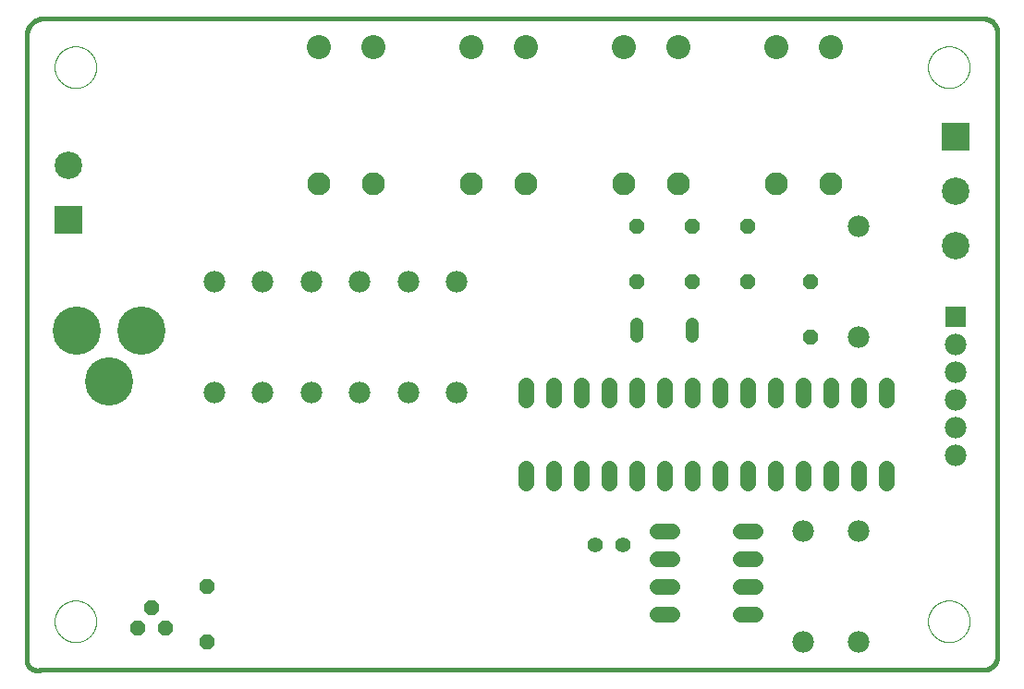
<source format=gbs>
G75*
%MOIN*%
%OFA0B0*%
%FSLAX25Y25*%
%IPPOS*%
%LPD*%
%AMOC8*
5,1,8,0,0,1.08239X$1,22.5*
%
%ADD10C,0.00100*%
%ADD11C,0.01600*%
%ADD12C,0.05600*%
%ADD13C,0.04800*%
%ADD14OC8,0.05600*%
%ADD15C,0.17400*%
%ADD16C,0.05600*%
%ADD17C,0.07800*%
%ADD18C,0.08274*%
%ADD19C,0.08668*%
%ADD20R,0.09900X0.09900*%
%ADD21C,0.09900*%
%ADD22R,0.07800X0.07800*%
D10*
X0027500Y0019503D02*
X0027502Y0019687D01*
X0027509Y0019871D01*
X0027520Y0020055D01*
X0027536Y0020238D01*
X0027556Y0020421D01*
X0027581Y0020603D01*
X0027610Y0020785D01*
X0027644Y0020966D01*
X0027682Y0021146D01*
X0027725Y0021325D01*
X0027772Y0021503D01*
X0027823Y0021680D01*
X0027879Y0021856D01*
X0027938Y0022030D01*
X0028003Y0022202D01*
X0028071Y0022373D01*
X0028143Y0022542D01*
X0028220Y0022710D01*
X0028301Y0022875D01*
X0028386Y0023038D01*
X0028474Y0023200D01*
X0028567Y0023359D01*
X0028664Y0023515D01*
X0028764Y0023670D01*
X0028868Y0023822D01*
X0028976Y0023971D01*
X0029087Y0024117D01*
X0029202Y0024261D01*
X0029321Y0024402D01*
X0029443Y0024540D01*
X0029568Y0024675D01*
X0029697Y0024806D01*
X0029828Y0024935D01*
X0029963Y0025060D01*
X0030101Y0025182D01*
X0030242Y0025301D01*
X0030386Y0025416D01*
X0030532Y0025527D01*
X0030681Y0025635D01*
X0030833Y0025739D01*
X0030988Y0025839D01*
X0031144Y0025936D01*
X0031303Y0026029D01*
X0031465Y0026117D01*
X0031628Y0026202D01*
X0031793Y0026283D01*
X0031961Y0026360D01*
X0032130Y0026432D01*
X0032301Y0026500D01*
X0032473Y0026565D01*
X0032647Y0026624D01*
X0032823Y0026680D01*
X0033000Y0026731D01*
X0033178Y0026778D01*
X0033357Y0026821D01*
X0033537Y0026859D01*
X0033718Y0026893D01*
X0033900Y0026922D01*
X0034082Y0026947D01*
X0034265Y0026967D01*
X0034448Y0026983D01*
X0034632Y0026994D01*
X0034816Y0027001D01*
X0035000Y0027003D01*
X0035184Y0027001D01*
X0035368Y0026994D01*
X0035552Y0026983D01*
X0035735Y0026967D01*
X0035918Y0026947D01*
X0036100Y0026922D01*
X0036282Y0026893D01*
X0036463Y0026859D01*
X0036643Y0026821D01*
X0036822Y0026778D01*
X0037000Y0026731D01*
X0037177Y0026680D01*
X0037353Y0026624D01*
X0037527Y0026565D01*
X0037699Y0026500D01*
X0037870Y0026432D01*
X0038039Y0026360D01*
X0038207Y0026283D01*
X0038372Y0026202D01*
X0038535Y0026117D01*
X0038697Y0026029D01*
X0038856Y0025936D01*
X0039012Y0025839D01*
X0039167Y0025739D01*
X0039319Y0025635D01*
X0039468Y0025527D01*
X0039614Y0025416D01*
X0039758Y0025301D01*
X0039899Y0025182D01*
X0040037Y0025060D01*
X0040172Y0024935D01*
X0040303Y0024806D01*
X0040432Y0024675D01*
X0040557Y0024540D01*
X0040679Y0024402D01*
X0040798Y0024261D01*
X0040913Y0024117D01*
X0041024Y0023971D01*
X0041132Y0023822D01*
X0041236Y0023670D01*
X0041336Y0023515D01*
X0041433Y0023359D01*
X0041526Y0023200D01*
X0041614Y0023038D01*
X0041699Y0022875D01*
X0041780Y0022710D01*
X0041857Y0022542D01*
X0041929Y0022373D01*
X0041997Y0022202D01*
X0042062Y0022030D01*
X0042121Y0021856D01*
X0042177Y0021680D01*
X0042228Y0021503D01*
X0042275Y0021325D01*
X0042318Y0021146D01*
X0042356Y0020966D01*
X0042390Y0020785D01*
X0042419Y0020603D01*
X0042444Y0020421D01*
X0042464Y0020238D01*
X0042480Y0020055D01*
X0042491Y0019871D01*
X0042498Y0019687D01*
X0042500Y0019503D01*
X0042498Y0019319D01*
X0042491Y0019135D01*
X0042480Y0018951D01*
X0042464Y0018768D01*
X0042444Y0018585D01*
X0042419Y0018403D01*
X0042390Y0018221D01*
X0042356Y0018040D01*
X0042318Y0017860D01*
X0042275Y0017681D01*
X0042228Y0017503D01*
X0042177Y0017326D01*
X0042121Y0017150D01*
X0042062Y0016976D01*
X0041997Y0016804D01*
X0041929Y0016633D01*
X0041857Y0016464D01*
X0041780Y0016296D01*
X0041699Y0016131D01*
X0041614Y0015968D01*
X0041526Y0015806D01*
X0041433Y0015647D01*
X0041336Y0015491D01*
X0041236Y0015336D01*
X0041132Y0015184D01*
X0041024Y0015035D01*
X0040913Y0014889D01*
X0040798Y0014745D01*
X0040679Y0014604D01*
X0040557Y0014466D01*
X0040432Y0014331D01*
X0040303Y0014200D01*
X0040172Y0014071D01*
X0040037Y0013946D01*
X0039899Y0013824D01*
X0039758Y0013705D01*
X0039614Y0013590D01*
X0039468Y0013479D01*
X0039319Y0013371D01*
X0039167Y0013267D01*
X0039012Y0013167D01*
X0038856Y0013070D01*
X0038697Y0012977D01*
X0038535Y0012889D01*
X0038372Y0012804D01*
X0038207Y0012723D01*
X0038039Y0012646D01*
X0037870Y0012574D01*
X0037699Y0012506D01*
X0037527Y0012441D01*
X0037353Y0012382D01*
X0037177Y0012326D01*
X0037000Y0012275D01*
X0036822Y0012228D01*
X0036643Y0012185D01*
X0036463Y0012147D01*
X0036282Y0012113D01*
X0036100Y0012084D01*
X0035918Y0012059D01*
X0035735Y0012039D01*
X0035552Y0012023D01*
X0035368Y0012012D01*
X0035184Y0012005D01*
X0035000Y0012003D01*
X0034816Y0012005D01*
X0034632Y0012012D01*
X0034448Y0012023D01*
X0034265Y0012039D01*
X0034082Y0012059D01*
X0033900Y0012084D01*
X0033718Y0012113D01*
X0033537Y0012147D01*
X0033357Y0012185D01*
X0033178Y0012228D01*
X0033000Y0012275D01*
X0032823Y0012326D01*
X0032647Y0012382D01*
X0032473Y0012441D01*
X0032301Y0012506D01*
X0032130Y0012574D01*
X0031961Y0012646D01*
X0031793Y0012723D01*
X0031628Y0012804D01*
X0031465Y0012889D01*
X0031303Y0012977D01*
X0031144Y0013070D01*
X0030988Y0013167D01*
X0030833Y0013267D01*
X0030681Y0013371D01*
X0030532Y0013479D01*
X0030386Y0013590D01*
X0030242Y0013705D01*
X0030101Y0013824D01*
X0029963Y0013946D01*
X0029828Y0014071D01*
X0029697Y0014200D01*
X0029568Y0014331D01*
X0029443Y0014466D01*
X0029321Y0014604D01*
X0029202Y0014745D01*
X0029087Y0014889D01*
X0028976Y0015035D01*
X0028868Y0015184D01*
X0028764Y0015336D01*
X0028664Y0015491D01*
X0028567Y0015647D01*
X0028474Y0015806D01*
X0028386Y0015968D01*
X0028301Y0016131D01*
X0028220Y0016296D01*
X0028143Y0016464D01*
X0028071Y0016633D01*
X0028003Y0016804D01*
X0027938Y0016976D01*
X0027879Y0017150D01*
X0027823Y0017326D01*
X0027772Y0017503D01*
X0027725Y0017681D01*
X0027682Y0017860D01*
X0027644Y0018040D01*
X0027610Y0018221D01*
X0027581Y0018403D01*
X0027556Y0018585D01*
X0027536Y0018768D01*
X0027520Y0018951D01*
X0027509Y0019135D01*
X0027502Y0019319D01*
X0027500Y0019503D01*
X0027500Y0219503D02*
X0027502Y0219687D01*
X0027509Y0219871D01*
X0027520Y0220055D01*
X0027536Y0220238D01*
X0027556Y0220421D01*
X0027581Y0220603D01*
X0027610Y0220785D01*
X0027644Y0220966D01*
X0027682Y0221146D01*
X0027725Y0221325D01*
X0027772Y0221503D01*
X0027823Y0221680D01*
X0027879Y0221856D01*
X0027938Y0222030D01*
X0028003Y0222202D01*
X0028071Y0222373D01*
X0028143Y0222542D01*
X0028220Y0222710D01*
X0028301Y0222875D01*
X0028386Y0223038D01*
X0028474Y0223200D01*
X0028567Y0223359D01*
X0028664Y0223515D01*
X0028764Y0223670D01*
X0028868Y0223822D01*
X0028976Y0223971D01*
X0029087Y0224117D01*
X0029202Y0224261D01*
X0029321Y0224402D01*
X0029443Y0224540D01*
X0029568Y0224675D01*
X0029697Y0224806D01*
X0029828Y0224935D01*
X0029963Y0225060D01*
X0030101Y0225182D01*
X0030242Y0225301D01*
X0030386Y0225416D01*
X0030532Y0225527D01*
X0030681Y0225635D01*
X0030833Y0225739D01*
X0030988Y0225839D01*
X0031144Y0225936D01*
X0031303Y0226029D01*
X0031465Y0226117D01*
X0031628Y0226202D01*
X0031793Y0226283D01*
X0031961Y0226360D01*
X0032130Y0226432D01*
X0032301Y0226500D01*
X0032473Y0226565D01*
X0032647Y0226624D01*
X0032823Y0226680D01*
X0033000Y0226731D01*
X0033178Y0226778D01*
X0033357Y0226821D01*
X0033537Y0226859D01*
X0033718Y0226893D01*
X0033900Y0226922D01*
X0034082Y0226947D01*
X0034265Y0226967D01*
X0034448Y0226983D01*
X0034632Y0226994D01*
X0034816Y0227001D01*
X0035000Y0227003D01*
X0035184Y0227001D01*
X0035368Y0226994D01*
X0035552Y0226983D01*
X0035735Y0226967D01*
X0035918Y0226947D01*
X0036100Y0226922D01*
X0036282Y0226893D01*
X0036463Y0226859D01*
X0036643Y0226821D01*
X0036822Y0226778D01*
X0037000Y0226731D01*
X0037177Y0226680D01*
X0037353Y0226624D01*
X0037527Y0226565D01*
X0037699Y0226500D01*
X0037870Y0226432D01*
X0038039Y0226360D01*
X0038207Y0226283D01*
X0038372Y0226202D01*
X0038535Y0226117D01*
X0038697Y0226029D01*
X0038856Y0225936D01*
X0039012Y0225839D01*
X0039167Y0225739D01*
X0039319Y0225635D01*
X0039468Y0225527D01*
X0039614Y0225416D01*
X0039758Y0225301D01*
X0039899Y0225182D01*
X0040037Y0225060D01*
X0040172Y0224935D01*
X0040303Y0224806D01*
X0040432Y0224675D01*
X0040557Y0224540D01*
X0040679Y0224402D01*
X0040798Y0224261D01*
X0040913Y0224117D01*
X0041024Y0223971D01*
X0041132Y0223822D01*
X0041236Y0223670D01*
X0041336Y0223515D01*
X0041433Y0223359D01*
X0041526Y0223200D01*
X0041614Y0223038D01*
X0041699Y0222875D01*
X0041780Y0222710D01*
X0041857Y0222542D01*
X0041929Y0222373D01*
X0041997Y0222202D01*
X0042062Y0222030D01*
X0042121Y0221856D01*
X0042177Y0221680D01*
X0042228Y0221503D01*
X0042275Y0221325D01*
X0042318Y0221146D01*
X0042356Y0220966D01*
X0042390Y0220785D01*
X0042419Y0220603D01*
X0042444Y0220421D01*
X0042464Y0220238D01*
X0042480Y0220055D01*
X0042491Y0219871D01*
X0042498Y0219687D01*
X0042500Y0219503D01*
X0042498Y0219319D01*
X0042491Y0219135D01*
X0042480Y0218951D01*
X0042464Y0218768D01*
X0042444Y0218585D01*
X0042419Y0218403D01*
X0042390Y0218221D01*
X0042356Y0218040D01*
X0042318Y0217860D01*
X0042275Y0217681D01*
X0042228Y0217503D01*
X0042177Y0217326D01*
X0042121Y0217150D01*
X0042062Y0216976D01*
X0041997Y0216804D01*
X0041929Y0216633D01*
X0041857Y0216464D01*
X0041780Y0216296D01*
X0041699Y0216131D01*
X0041614Y0215968D01*
X0041526Y0215806D01*
X0041433Y0215647D01*
X0041336Y0215491D01*
X0041236Y0215336D01*
X0041132Y0215184D01*
X0041024Y0215035D01*
X0040913Y0214889D01*
X0040798Y0214745D01*
X0040679Y0214604D01*
X0040557Y0214466D01*
X0040432Y0214331D01*
X0040303Y0214200D01*
X0040172Y0214071D01*
X0040037Y0213946D01*
X0039899Y0213824D01*
X0039758Y0213705D01*
X0039614Y0213590D01*
X0039468Y0213479D01*
X0039319Y0213371D01*
X0039167Y0213267D01*
X0039012Y0213167D01*
X0038856Y0213070D01*
X0038697Y0212977D01*
X0038535Y0212889D01*
X0038372Y0212804D01*
X0038207Y0212723D01*
X0038039Y0212646D01*
X0037870Y0212574D01*
X0037699Y0212506D01*
X0037527Y0212441D01*
X0037353Y0212382D01*
X0037177Y0212326D01*
X0037000Y0212275D01*
X0036822Y0212228D01*
X0036643Y0212185D01*
X0036463Y0212147D01*
X0036282Y0212113D01*
X0036100Y0212084D01*
X0035918Y0212059D01*
X0035735Y0212039D01*
X0035552Y0212023D01*
X0035368Y0212012D01*
X0035184Y0212005D01*
X0035000Y0212003D01*
X0034816Y0212005D01*
X0034632Y0212012D01*
X0034448Y0212023D01*
X0034265Y0212039D01*
X0034082Y0212059D01*
X0033900Y0212084D01*
X0033718Y0212113D01*
X0033537Y0212147D01*
X0033357Y0212185D01*
X0033178Y0212228D01*
X0033000Y0212275D01*
X0032823Y0212326D01*
X0032647Y0212382D01*
X0032473Y0212441D01*
X0032301Y0212506D01*
X0032130Y0212574D01*
X0031961Y0212646D01*
X0031793Y0212723D01*
X0031628Y0212804D01*
X0031465Y0212889D01*
X0031303Y0212977D01*
X0031144Y0213070D01*
X0030988Y0213167D01*
X0030833Y0213267D01*
X0030681Y0213371D01*
X0030532Y0213479D01*
X0030386Y0213590D01*
X0030242Y0213705D01*
X0030101Y0213824D01*
X0029963Y0213946D01*
X0029828Y0214071D01*
X0029697Y0214200D01*
X0029568Y0214331D01*
X0029443Y0214466D01*
X0029321Y0214604D01*
X0029202Y0214745D01*
X0029087Y0214889D01*
X0028976Y0215035D01*
X0028868Y0215184D01*
X0028764Y0215336D01*
X0028664Y0215491D01*
X0028567Y0215647D01*
X0028474Y0215806D01*
X0028386Y0215968D01*
X0028301Y0216131D01*
X0028220Y0216296D01*
X0028143Y0216464D01*
X0028071Y0216633D01*
X0028003Y0216804D01*
X0027938Y0216976D01*
X0027879Y0217150D01*
X0027823Y0217326D01*
X0027772Y0217503D01*
X0027725Y0217681D01*
X0027682Y0217860D01*
X0027644Y0218040D01*
X0027610Y0218221D01*
X0027581Y0218403D01*
X0027556Y0218585D01*
X0027536Y0218768D01*
X0027520Y0218951D01*
X0027509Y0219135D01*
X0027502Y0219319D01*
X0027500Y0219503D01*
X0342500Y0219503D02*
X0342502Y0219687D01*
X0342509Y0219871D01*
X0342520Y0220055D01*
X0342536Y0220238D01*
X0342556Y0220421D01*
X0342581Y0220603D01*
X0342610Y0220785D01*
X0342644Y0220966D01*
X0342682Y0221146D01*
X0342725Y0221325D01*
X0342772Y0221503D01*
X0342823Y0221680D01*
X0342879Y0221856D01*
X0342938Y0222030D01*
X0343003Y0222202D01*
X0343071Y0222373D01*
X0343143Y0222542D01*
X0343220Y0222710D01*
X0343301Y0222875D01*
X0343386Y0223038D01*
X0343474Y0223200D01*
X0343567Y0223359D01*
X0343664Y0223515D01*
X0343764Y0223670D01*
X0343868Y0223822D01*
X0343976Y0223971D01*
X0344087Y0224117D01*
X0344202Y0224261D01*
X0344321Y0224402D01*
X0344443Y0224540D01*
X0344568Y0224675D01*
X0344697Y0224806D01*
X0344828Y0224935D01*
X0344963Y0225060D01*
X0345101Y0225182D01*
X0345242Y0225301D01*
X0345386Y0225416D01*
X0345532Y0225527D01*
X0345681Y0225635D01*
X0345833Y0225739D01*
X0345988Y0225839D01*
X0346144Y0225936D01*
X0346303Y0226029D01*
X0346465Y0226117D01*
X0346628Y0226202D01*
X0346793Y0226283D01*
X0346961Y0226360D01*
X0347130Y0226432D01*
X0347301Y0226500D01*
X0347473Y0226565D01*
X0347647Y0226624D01*
X0347823Y0226680D01*
X0348000Y0226731D01*
X0348178Y0226778D01*
X0348357Y0226821D01*
X0348537Y0226859D01*
X0348718Y0226893D01*
X0348900Y0226922D01*
X0349082Y0226947D01*
X0349265Y0226967D01*
X0349448Y0226983D01*
X0349632Y0226994D01*
X0349816Y0227001D01*
X0350000Y0227003D01*
X0350184Y0227001D01*
X0350368Y0226994D01*
X0350552Y0226983D01*
X0350735Y0226967D01*
X0350918Y0226947D01*
X0351100Y0226922D01*
X0351282Y0226893D01*
X0351463Y0226859D01*
X0351643Y0226821D01*
X0351822Y0226778D01*
X0352000Y0226731D01*
X0352177Y0226680D01*
X0352353Y0226624D01*
X0352527Y0226565D01*
X0352699Y0226500D01*
X0352870Y0226432D01*
X0353039Y0226360D01*
X0353207Y0226283D01*
X0353372Y0226202D01*
X0353535Y0226117D01*
X0353697Y0226029D01*
X0353856Y0225936D01*
X0354012Y0225839D01*
X0354167Y0225739D01*
X0354319Y0225635D01*
X0354468Y0225527D01*
X0354614Y0225416D01*
X0354758Y0225301D01*
X0354899Y0225182D01*
X0355037Y0225060D01*
X0355172Y0224935D01*
X0355303Y0224806D01*
X0355432Y0224675D01*
X0355557Y0224540D01*
X0355679Y0224402D01*
X0355798Y0224261D01*
X0355913Y0224117D01*
X0356024Y0223971D01*
X0356132Y0223822D01*
X0356236Y0223670D01*
X0356336Y0223515D01*
X0356433Y0223359D01*
X0356526Y0223200D01*
X0356614Y0223038D01*
X0356699Y0222875D01*
X0356780Y0222710D01*
X0356857Y0222542D01*
X0356929Y0222373D01*
X0356997Y0222202D01*
X0357062Y0222030D01*
X0357121Y0221856D01*
X0357177Y0221680D01*
X0357228Y0221503D01*
X0357275Y0221325D01*
X0357318Y0221146D01*
X0357356Y0220966D01*
X0357390Y0220785D01*
X0357419Y0220603D01*
X0357444Y0220421D01*
X0357464Y0220238D01*
X0357480Y0220055D01*
X0357491Y0219871D01*
X0357498Y0219687D01*
X0357500Y0219503D01*
X0357498Y0219319D01*
X0357491Y0219135D01*
X0357480Y0218951D01*
X0357464Y0218768D01*
X0357444Y0218585D01*
X0357419Y0218403D01*
X0357390Y0218221D01*
X0357356Y0218040D01*
X0357318Y0217860D01*
X0357275Y0217681D01*
X0357228Y0217503D01*
X0357177Y0217326D01*
X0357121Y0217150D01*
X0357062Y0216976D01*
X0356997Y0216804D01*
X0356929Y0216633D01*
X0356857Y0216464D01*
X0356780Y0216296D01*
X0356699Y0216131D01*
X0356614Y0215968D01*
X0356526Y0215806D01*
X0356433Y0215647D01*
X0356336Y0215491D01*
X0356236Y0215336D01*
X0356132Y0215184D01*
X0356024Y0215035D01*
X0355913Y0214889D01*
X0355798Y0214745D01*
X0355679Y0214604D01*
X0355557Y0214466D01*
X0355432Y0214331D01*
X0355303Y0214200D01*
X0355172Y0214071D01*
X0355037Y0213946D01*
X0354899Y0213824D01*
X0354758Y0213705D01*
X0354614Y0213590D01*
X0354468Y0213479D01*
X0354319Y0213371D01*
X0354167Y0213267D01*
X0354012Y0213167D01*
X0353856Y0213070D01*
X0353697Y0212977D01*
X0353535Y0212889D01*
X0353372Y0212804D01*
X0353207Y0212723D01*
X0353039Y0212646D01*
X0352870Y0212574D01*
X0352699Y0212506D01*
X0352527Y0212441D01*
X0352353Y0212382D01*
X0352177Y0212326D01*
X0352000Y0212275D01*
X0351822Y0212228D01*
X0351643Y0212185D01*
X0351463Y0212147D01*
X0351282Y0212113D01*
X0351100Y0212084D01*
X0350918Y0212059D01*
X0350735Y0212039D01*
X0350552Y0212023D01*
X0350368Y0212012D01*
X0350184Y0212005D01*
X0350000Y0212003D01*
X0349816Y0212005D01*
X0349632Y0212012D01*
X0349448Y0212023D01*
X0349265Y0212039D01*
X0349082Y0212059D01*
X0348900Y0212084D01*
X0348718Y0212113D01*
X0348537Y0212147D01*
X0348357Y0212185D01*
X0348178Y0212228D01*
X0348000Y0212275D01*
X0347823Y0212326D01*
X0347647Y0212382D01*
X0347473Y0212441D01*
X0347301Y0212506D01*
X0347130Y0212574D01*
X0346961Y0212646D01*
X0346793Y0212723D01*
X0346628Y0212804D01*
X0346465Y0212889D01*
X0346303Y0212977D01*
X0346144Y0213070D01*
X0345988Y0213167D01*
X0345833Y0213267D01*
X0345681Y0213371D01*
X0345532Y0213479D01*
X0345386Y0213590D01*
X0345242Y0213705D01*
X0345101Y0213824D01*
X0344963Y0213946D01*
X0344828Y0214071D01*
X0344697Y0214200D01*
X0344568Y0214331D01*
X0344443Y0214466D01*
X0344321Y0214604D01*
X0344202Y0214745D01*
X0344087Y0214889D01*
X0343976Y0215035D01*
X0343868Y0215184D01*
X0343764Y0215336D01*
X0343664Y0215491D01*
X0343567Y0215647D01*
X0343474Y0215806D01*
X0343386Y0215968D01*
X0343301Y0216131D01*
X0343220Y0216296D01*
X0343143Y0216464D01*
X0343071Y0216633D01*
X0343003Y0216804D01*
X0342938Y0216976D01*
X0342879Y0217150D01*
X0342823Y0217326D01*
X0342772Y0217503D01*
X0342725Y0217681D01*
X0342682Y0217860D01*
X0342644Y0218040D01*
X0342610Y0218221D01*
X0342581Y0218403D01*
X0342556Y0218585D01*
X0342536Y0218768D01*
X0342520Y0218951D01*
X0342509Y0219135D01*
X0342502Y0219319D01*
X0342500Y0219503D01*
X0342500Y0019503D02*
X0342502Y0019687D01*
X0342509Y0019871D01*
X0342520Y0020055D01*
X0342536Y0020238D01*
X0342556Y0020421D01*
X0342581Y0020603D01*
X0342610Y0020785D01*
X0342644Y0020966D01*
X0342682Y0021146D01*
X0342725Y0021325D01*
X0342772Y0021503D01*
X0342823Y0021680D01*
X0342879Y0021856D01*
X0342938Y0022030D01*
X0343003Y0022202D01*
X0343071Y0022373D01*
X0343143Y0022542D01*
X0343220Y0022710D01*
X0343301Y0022875D01*
X0343386Y0023038D01*
X0343474Y0023200D01*
X0343567Y0023359D01*
X0343664Y0023515D01*
X0343764Y0023670D01*
X0343868Y0023822D01*
X0343976Y0023971D01*
X0344087Y0024117D01*
X0344202Y0024261D01*
X0344321Y0024402D01*
X0344443Y0024540D01*
X0344568Y0024675D01*
X0344697Y0024806D01*
X0344828Y0024935D01*
X0344963Y0025060D01*
X0345101Y0025182D01*
X0345242Y0025301D01*
X0345386Y0025416D01*
X0345532Y0025527D01*
X0345681Y0025635D01*
X0345833Y0025739D01*
X0345988Y0025839D01*
X0346144Y0025936D01*
X0346303Y0026029D01*
X0346465Y0026117D01*
X0346628Y0026202D01*
X0346793Y0026283D01*
X0346961Y0026360D01*
X0347130Y0026432D01*
X0347301Y0026500D01*
X0347473Y0026565D01*
X0347647Y0026624D01*
X0347823Y0026680D01*
X0348000Y0026731D01*
X0348178Y0026778D01*
X0348357Y0026821D01*
X0348537Y0026859D01*
X0348718Y0026893D01*
X0348900Y0026922D01*
X0349082Y0026947D01*
X0349265Y0026967D01*
X0349448Y0026983D01*
X0349632Y0026994D01*
X0349816Y0027001D01*
X0350000Y0027003D01*
X0350184Y0027001D01*
X0350368Y0026994D01*
X0350552Y0026983D01*
X0350735Y0026967D01*
X0350918Y0026947D01*
X0351100Y0026922D01*
X0351282Y0026893D01*
X0351463Y0026859D01*
X0351643Y0026821D01*
X0351822Y0026778D01*
X0352000Y0026731D01*
X0352177Y0026680D01*
X0352353Y0026624D01*
X0352527Y0026565D01*
X0352699Y0026500D01*
X0352870Y0026432D01*
X0353039Y0026360D01*
X0353207Y0026283D01*
X0353372Y0026202D01*
X0353535Y0026117D01*
X0353697Y0026029D01*
X0353856Y0025936D01*
X0354012Y0025839D01*
X0354167Y0025739D01*
X0354319Y0025635D01*
X0354468Y0025527D01*
X0354614Y0025416D01*
X0354758Y0025301D01*
X0354899Y0025182D01*
X0355037Y0025060D01*
X0355172Y0024935D01*
X0355303Y0024806D01*
X0355432Y0024675D01*
X0355557Y0024540D01*
X0355679Y0024402D01*
X0355798Y0024261D01*
X0355913Y0024117D01*
X0356024Y0023971D01*
X0356132Y0023822D01*
X0356236Y0023670D01*
X0356336Y0023515D01*
X0356433Y0023359D01*
X0356526Y0023200D01*
X0356614Y0023038D01*
X0356699Y0022875D01*
X0356780Y0022710D01*
X0356857Y0022542D01*
X0356929Y0022373D01*
X0356997Y0022202D01*
X0357062Y0022030D01*
X0357121Y0021856D01*
X0357177Y0021680D01*
X0357228Y0021503D01*
X0357275Y0021325D01*
X0357318Y0021146D01*
X0357356Y0020966D01*
X0357390Y0020785D01*
X0357419Y0020603D01*
X0357444Y0020421D01*
X0357464Y0020238D01*
X0357480Y0020055D01*
X0357491Y0019871D01*
X0357498Y0019687D01*
X0357500Y0019503D01*
X0357498Y0019319D01*
X0357491Y0019135D01*
X0357480Y0018951D01*
X0357464Y0018768D01*
X0357444Y0018585D01*
X0357419Y0018403D01*
X0357390Y0018221D01*
X0357356Y0018040D01*
X0357318Y0017860D01*
X0357275Y0017681D01*
X0357228Y0017503D01*
X0357177Y0017326D01*
X0357121Y0017150D01*
X0357062Y0016976D01*
X0356997Y0016804D01*
X0356929Y0016633D01*
X0356857Y0016464D01*
X0356780Y0016296D01*
X0356699Y0016131D01*
X0356614Y0015968D01*
X0356526Y0015806D01*
X0356433Y0015647D01*
X0356336Y0015491D01*
X0356236Y0015336D01*
X0356132Y0015184D01*
X0356024Y0015035D01*
X0355913Y0014889D01*
X0355798Y0014745D01*
X0355679Y0014604D01*
X0355557Y0014466D01*
X0355432Y0014331D01*
X0355303Y0014200D01*
X0355172Y0014071D01*
X0355037Y0013946D01*
X0354899Y0013824D01*
X0354758Y0013705D01*
X0354614Y0013590D01*
X0354468Y0013479D01*
X0354319Y0013371D01*
X0354167Y0013267D01*
X0354012Y0013167D01*
X0353856Y0013070D01*
X0353697Y0012977D01*
X0353535Y0012889D01*
X0353372Y0012804D01*
X0353207Y0012723D01*
X0353039Y0012646D01*
X0352870Y0012574D01*
X0352699Y0012506D01*
X0352527Y0012441D01*
X0352353Y0012382D01*
X0352177Y0012326D01*
X0352000Y0012275D01*
X0351822Y0012228D01*
X0351643Y0012185D01*
X0351463Y0012147D01*
X0351282Y0012113D01*
X0351100Y0012084D01*
X0350918Y0012059D01*
X0350735Y0012039D01*
X0350552Y0012023D01*
X0350368Y0012012D01*
X0350184Y0012005D01*
X0350000Y0012003D01*
X0349816Y0012005D01*
X0349632Y0012012D01*
X0349448Y0012023D01*
X0349265Y0012039D01*
X0349082Y0012059D01*
X0348900Y0012084D01*
X0348718Y0012113D01*
X0348537Y0012147D01*
X0348357Y0012185D01*
X0348178Y0012228D01*
X0348000Y0012275D01*
X0347823Y0012326D01*
X0347647Y0012382D01*
X0347473Y0012441D01*
X0347301Y0012506D01*
X0347130Y0012574D01*
X0346961Y0012646D01*
X0346793Y0012723D01*
X0346628Y0012804D01*
X0346465Y0012889D01*
X0346303Y0012977D01*
X0346144Y0013070D01*
X0345988Y0013167D01*
X0345833Y0013267D01*
X0345681Y0013371D01*
X0345532Y0013479D01*
X0345386Y0013590D01*
X0345242Y0013705D01*
X0345101Y0013824D01*
X0344963Y0013946D01*
X0344828Y0014071D01*
X0344697Y0014200D01*
X0344568Y0014331D01*
X0344443Y0014466D01*
X0344321Y0014604D01*
X0344202Y0014745D01*
X0344087Y0014889D01*
X0343976Y0015035D01*
X0343868Y0015184D01*
X0343764Y0015336D01*
X0343664Y0015491D01*
X0343567Y0015647D01*
X0343474Y0015806D01*
X0343386Y0015968D01*
X0343301Y0016131D01*
X0343220Y0016296D01*
X0343143Y0016464D01*
X0343071Y0016633D01*
X0343003Y0016804D01*
X0342938Y0016976D01*
X0342879Y0017150D01*
X0342823Y0017326D01*
X0342772Y0017503D01*
X0342725Y0017681D01*
X0342682Y0017860D01*
X0342644Y0018040D01*
X0342610Y0018221D01*
X0342581Y0018403D01*
X0342556Y0018585D01*
X0342536Y0018768D01*
X0342520Y0018951D01*
X0342509Y0019135D01*
X0342502Y0019319D01*
X0342500Y0019503D01*
D11*
X0017500Y0004503D02*
X0017500Y0229503D01*
X0017471Y0229659D01*
X0017445Y0229816D01*
X0017424Y0229974D01*
X0017406Y0230131D01*
X0017393Y0230290D01*
X0017383Y0230448D01*
X0017378Y0230607D01*
X0017376Y0230766D01*
X0017378Y0230925D01*
X0017385Y0231084D01*
X0017395Y0231242D01*
X0017409Y0231401D01*
X0017427Y0231559D01*
X0017449Y0231716D01*
X0017475Y0231873D01*
X0017505Y0232029D01*
X0017539Y0232184D01*
X0017576Y0232339D01*
X0017618Y0232492D01*
X0017663Y0232644D01*
X0017712Y0232796D01*
X0017765Y0232945D01*
X0017821Y0233094D01*
X0017882Y0233241D01*
X0017946Y0233387D01*
X0018013Y0233530D01*
X0018084Y0233673D01*
X0018159Y0233813D01*
X0018237Y0233951D01*
X0018318Y0234088D01*
X0018403Y0234222D01*
X0018491Y0234354D01*
X0018582Y0234484D01*
X0018677Y0234612D01*
X0018775Y0234737D01*
X0018876Y0234860D01*
X0018980Y0234980D01*
X0019087Y0235098D01*
X0019196Y0235213D01*
X0019309Y0235325D01*
X0019424Y0235434D01*
X0019542Y0235541D01*
X0019663Y0235644D01*
X0019786Y0235745D01*
X0019912Y0235842D01*
X0020040Y0235936D01*
X0020170Y0236027D01*
X0020303Y0236114D01*
X0020438Y0236199D01*
X0020574Y0236280D01*
X0020713Y0236357D01*
X0020854Y0236431D01*
X0020996Y0236501D01*
X0021140Y0236568D01*
X0021286Y0236632D01*
X0021434Y0236691D01*
X0021582Y0236747D01*
X0021732Y0236799D01*
X0021884Y0236848D01*
X0022036Y0236892D01*
X0022190Y0236933D01*
X0022345Y0236970D01*
X0022500Y0237003D01*
X0362500Y0237003D01*
X0362640Y0237001D01*
X0362780Y0236995D01*
X0362920Y0236985D01*
X0363060Y0236972D01*
X0363199Y0236954D01*
X0363338Y0236932D01*
X0363475Y0236907D01*
X0363613Y0236878D01*
X0363749Y0236845D01*
X0363884Y0236808D01*
X0364018Y0236767D01*
X0364151Y0236722D01*
X0364283Y0236674D01*
X0364413Y0236622D01*
X0364542Y0236567D01*
X0364669Y0236508D01*
X0364795Y0236445D01*
X0364919Y0236379D01*
X0365040Y0236310D01*
X0365160Y0236237D01*
X0365278Y0236160D01*
X0365393Y0236081D01*
X0365507Y0235998D01*
X0365617Y0235912D01*
X0365726Y0235823D01*
X0365832Y0235731D01*
X0365935Y0235636D01*
X0366036Y0235539D01*
X0366133Y0235438D01*
X0366228Y0235335D01*
X0366320Y0235229D01*
X0366409Y0235120D01*
X0366495Y0235010D01*
X0366578Y0234896D01*
X0366657Y0234781D01*
X0366734Y0234663D01*
X0366807Y0234543D01*
X0366876Y0234422D01*
X0366942Y0234298D01*
X0367005Y0234172D01*
X0367064Y0234045D01*
X0367119Y0233916D01*
X0367171Y0233786D01*
X0367219Y0233654D01*
X0367264Y0233521D01*
X0367305Y0233387D01*
X0367342Y0233252D01*
X0367375Y0233116D01*
X0367404Y0232978D01*
X0367429Y0232841D01*
X0367451Y0232702D01*
X0367469Y0232563D01*
X0367482Y0232423D01*
X0367492Y0232283D01*
X0367498Y0232143D01*
X0367500Y0232003D01*
X0367500Y0007003D01*
X0367498Y0006863D01*
X0367492Y0006723D01*
X0367482Y0006583D01*
X0367469Y0006443D01*
X0367451Y0006304D01*
X0367429Y0006165D01*
X0367404Y0006028D01*
X0367375Y0005890D01*
X0367342Y0005754D01*
X0367305Y0005619D01*
X0367264Y0005485D01*
X0367219Y0005352D01*
X0367171Y0005220D01*
X0367119Y0005090D01*
X0367064Y0004961D01*
X0367005Y0004834D01*
X0366942Y0004708D01*
X0366876Y0004584D01*
X0366807Y0004463D01*
X0366734Y0004343D01*
X0366657Y0004225D01*
X0366578Y0004110D01*
X0366495Y0003996D01*
X0366409Y0003886D01*
X0366320Y0003777D01*
X0366228Y0003671D01*
X0366133Y0003568D01*
X0366036Y0003467D01*
X0365935Y0003370D01*
X0365832Y0003275D01*
X0365726Y0003183D01*
X0365617Y0003094D01*
X0365507Y0003008D01*
X0365393Y0002925D01*
X0365278Y0002846D01*
X0365160Y0002769D01*
X0365040Y0002696D01*
X0364919Y0002627D01*
X0364795Y0002561D01*
X0364669Y0002498D01*
X0364542Y0002439D01*
X0364413Y0002384D01*
X0364283Y0002332D01*
X0364151Y0002284D01*
X0364018Y0002239D01*
X0363884Y0002198D01*
X0363749Y0002161D01*
X0363613Y0002128D01*
X0363475Y0002099D01*
X0363338Y0002074D01*
X0363199Y0002052D01*
X0363060Y0002034D01*
X0362920Y0002021D01*
X0362780Y0002011D01*
X0362640Y0002005D01*
X0362500Y0002003D01*
X0022500Y0002003D01*
X0022382Y0001965D01*
X0022262Y0001932D01*
X0022142Y0001902D01*
X0022020Y0001876D01*
X0021898Y0001853D01*
X0021775Y0001835D01*
X0021652Y0001820D01*
X0021528Y0001810D01*
X0021404Y0001803D01*
X0021280Y0001800D01*
X0021156Y0001801D01*
X0021032Y0001806D01*
X0020908Y0001815D01*
X0020784Y0001828D01*
X0020661Y0001844D01*
X0020539Y0001865D01*
X0020417Y0001889D01*
X0020296Y0001917D01*
X0020176Y0001949D01*
X0020057Y0001984D01*
X0019939Y0002024D01*
X0019823Y0002067D01*
X0019708Y0002113D01*
X0019594Y0002164D01*
X0019482Y0002217D01*
X0019372Y0002275D01*
X0019264Y0002335D01*
X0019157Y0002399D01*
X0019053Y0002467D01*
X0018951Y0002537D01*
X0018851Y0002611D01*
X0018753Y0002688D01*
X0018658Y0002768D01*
X0018566Y0002851D01*
X0018476Y0002937D01*
X0018389Y0003025D01*
X0018305Y0003116D01*
X0018223Y0003210D01*
X0018145Y0003307D01*
X0018070Y0003405D01*
X0017998Y0003506D01*
X0017929Y0003610D01*
X0017863Y0003715D01*
X0017801Y0003822D01*
X0017742Y0003932D01*
X0017686Y0004043D01*
X0017634Y0004156D01*
X0017586Y0004270D01*
X0017541Y0004386D01*
X0017500Y0004503D01*
D12*
X0197500Y0069403D02*
X0197500Y0074603D01*
X0207500Y0074603D02*
X0207500Y0069403D01*
X0217500Y0069403D02*
X0217500Y0074603D01*
X0227500Y0074603D02*
X0227500Y0069403D01*
X0237500Y0069403D02*
X0237500Y0074603D01*
X0247500Y0074603D02*
X0247500Y0069403D01*
X0257500Y0069403D02*
X0257500Y0074603D01*
X0267500Y0074603D02*
X0267500Y0069403D01*
X0277500Y0069403D02*
X0277500Y0074603D01*
X0287500Y0074603D02*
X0287500Y0069403D01*
X0297500Y0069403D02*
X0297500Y0074603D01*
X0307500Y0074603D02*
X0307500Y0069403D01*
X0317500Y0069403D02*
X0317500Y0074603D01*
X0327500Y0074603D02*
X0327500Y0069403D01*
X0327500Y0099403D02*
X0327500Y0104603D01*
X0317500Y0104603D02*
X0317500Y0099403D01*
X0307500Y0099403D02*
X0307500Y0104603D01*
X0297500Y0104603D02*
X0297500Y0099403D01*
X0287500Y0099403D02*
X0287500Y0104603D01*
X0277500Y0104603D02*
X0277500Y0099403D01*
X0267500Y0099403D02*
X0267500Y0104603D01*
X0257500Y0104603D02*
X0257500Y0099403D01*
X0247500Y0099403D02*
X0247500Y0104603D01*
X0237500Y0104603D02*
X0237500Y0099403D01*
X0227500Y0099403D02*
X0227500Y0104603D01*
X0217500Y0104603D02*
X0217500Y0099403D01*
X0207500Y0099403D02*
X0207500Y0104603D01*
X0197500Y0104603D02*
X0197500Y0099403D01*
X0244900Y0052003D02*
X0250100Y0052003D01*
X0250100Y0042003D02*
X0244900Y0042003D01*
X0244900Y0032003D02*
X0250100Y0032003D01*
X0250100Y0022003D02*
X0244900Y0022003D01*
X0274900Y0022003D02*
X0280100Y0022003D01*
X0280100Y0032003D02*
X0274900Y0032003D01*
X0274900Y0042003D02*
X0280100Y0042003D01*
X0280100Y0052003D02*
X0274900Y0052003D01*
D13*
X0257500Y0122303D02*
X0257500Y0126703D01*
X0237500Y0126703D02*
X0237500Y0122303D01*
D14*
X0237500Y0142003D03*
X0257500Y0142003D03*
X0277500Y0142003D03*
X0300000Y0142003D03*
X0300000Y0122003D03*
X0277500Y0162003D03*
X0257500Y0162003D03*
X0237500Y0162003D03*
X0082500Y0032003D03*
X0067500Y0017003D03*
X0062500Y0024503D03*
X0057500Y0017003D03*
X0082500Y0012003D03*
D15*
X0047126Y0105999D03*
X0058937Y0124503D03*
X0035315Y0124503D03*
D16*
X0222500Y0047003D03*
X0232500Y0047003D03*
D17*
X0297500Y0052003D03*
X0317500Y0052003D03*
X0352500Y0079503D03*
X0352500Y0089503D03*
X0352500Y0099503D03*
X0352500Y0109503D03*
X0352500Y0119503D03*
X0317500Y0122003D03*
X0317500Y0162003D03*
X0172500Y0142003D03*
X0155000Y0142003D03*
X0137500Y0142003D03*
X0120000Y0142003D03*
X0102500Y0142003D03*
X0085000Y0142003D03*
X0085000Y0102003D03*
X0102500Y0102003D03*
X0120000Y0102003D03*
X0137500Y0102003D03*
X0155000Y0102003D03*
X0172500Y0102003D03*
X0297500Y0012003D03*
X0317500Y0012003D03*
D18*
X0307343Y0177397D03*
X0287657Y0177397D03*
X0252343Y0177397D03*
X0232657Y0177397D03*
X0197343Y0177397D03*
X0177657Y0177397D03*
X0142343Y0177397D03*
X0122657Y0177397D03*
D19*
X0122657Y0226609D03*
X0142343Y0226609D03*
X0177657Y0226609D03*
X0197343Y0226609D03*
X0232657Y0226609D03*
X0252343Y0226609D03*
X0287657Y0226609D03*
X0307343Y0226609D03*
D20*
X0352500Y0194503D03*
X0032500Y0164503D03*
D21*
X0032500Y0184188D03*
X0352500Y0174818D03*
X0352500Y0155133D03*
D22*
X0352500Y0129503D03*
M02*

</source>
